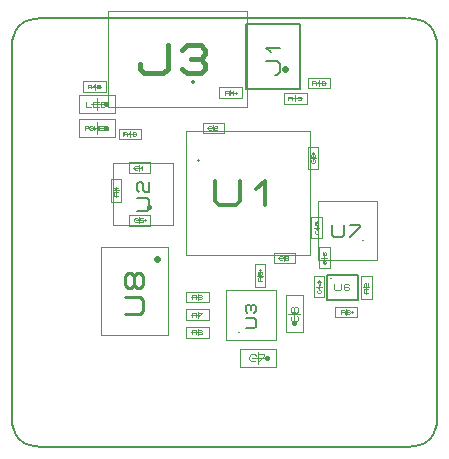
<source format=gbr>
G04 PROTEUS RS274X GERBER FILE*
%FSLAX45Y45*%
%MOMM*%
G01*
%ADD84C,0.050000*%
%ADD85C,0.270000*%
%ADD86C,0.349660*%
%ADD87C,0.243840*%
%ADD88C,0.057000*%
%ADD51C,0.100000*%
%ADD89C,0.400000*%
%ADD90C,0.176660*%
%ADD91C,0.180000*%
%ADD92C,0.143000*%
%ADD93C,0.396240*%
%ADD94C,0.093000*%
%ADD95C,0.360000*%
%ADD96C,0.396660*%
%ADD97C,0.048750*%
%ADD13C,0.203200*%
%ADD49C,0.200000*%
%ADD98C,0.086660*%
%ADD99C,0.046250*%
%ADD100C,0.608000*%
%ADD101C,0.249660*%
%ADD102C,0.170000*%
%ADD103C,0.078750*%
%ADD104C,0.052500*%
%ADD14C,0.152400*%
%ADD105C,0.558800*%
%ADD106C,0.187960*%
D84*
X+1178823Y+1326135D02*
X+2222823Y+1326135D01*
X+2222823Y+2370135D01*
X+1178823Y+2370135D01*
X+1178823Y+1326135D01*
D85*
X+1276823Y+2123135D02*
X+1276823Y+2123135D01*
D86*
X+1421091Y+1953034D02*
X+1421091Y+1778201D01*
X+1456057Y+1743235D01*
X+1595923Y+1743235D01*
X+1630890Y+1778201D01*
X+1630890Y+1953034D01*
X+1770756Y+1883101D02*
X+1840689Y+1953034D01*
X+1840689Y+1743235D01*
D84*
X+688623Y+2016235D02*
X+868623Y+2016235D01*
X+868623Y+2106235D01*
X+688623Y+2106235D01*
X+688623Y+2016235D01*
X+778623Y+2086235D02*
X+778623Y+2036235D01*
X+803623Y+2061235D02*
X+753623Y+2061235D01*
D87*
X+733623Y+2061235D02*
X+733623Y+2061235D01*
D88*
X+767223Y+2049835D02*
X+761523Y+2044135D01*
X+744423Y+2044135D01*
X+733023Y+2055535D01*
X+733023Y+2066935D01*
X+744423Y+2078335D01*
X+761523Y+2078335D01*
X+767223Y+2072635D01*
X+790023Y+2066935D02*
X+801423Y+2078335D01*
X+801423Y+2044135D01*
D84*
X+868623Y+1661735D02*
X+688623Y+1661735D01*
X+688623Y+1571735D01*
X+868623Y+1571735D01*
X+868623Y+1661735D01*
X+778623Y+1591735D02*
X+778623Y+1641735D01*
X+753623Y+1616735D02*
X+803623Y+1616735D01*
D87*
X+823623Y+1616735D02*
X+823623Y+1616735D01*
D88*
X+767223Y+1605335D02*
X+761523Y+1599635D01*
X+744423Y+1599635D01*
X+733023Y+1611035D01*
X+733023Y+1622435D01*
X+744423Y+1633835D01*
X+761523Y+1633835D01*
X+767223Y+1628135D01*
X+812823Y+1633835D02*
X+784323Y+1633835D01*
X+784323Y+1622435D01*
X+807123Y+1622435D01*
X+812823Y+1616735D01*
X+812823Y+1605335D01*
X+807123Y+1599635D01*
X+790023Y+1599635D01*
X+784323Y+1605335D01*
D84*
X+626223Y+1774935D02*
X+626223Y+1964935D01*
X+536223Y+1964935D01*
X+536223Y+1774935D01*
X+626223Y+1774935D01*
X+556223Y+1869935D02*
X+606223Y+1869935D01*
X+581223Y+1894935D02*
X+581223Y+1844935D01*
D87*
X+581223Y+1819935D02*
X+581223Y+1819935D01*
D88*
X+598323Y+1824335D02*
X+564123Y+1824335D01*
X+564123Y+1852835D01*
X+569823Y+1858535D01*
X+575523Y+1858535D01*
X+581223Y+1852835D01*
X+581223Y+1824335D01*
X+581223Y+1852835D02*
X+586923Y+1858535D01*
X+598323Y+1858535D01*
X+575523Y+1881335D02*
X+564123Y+1892735D01*
X+598323Y+1892735D01*
D51*
X+554423Y+1577935D02*
X+1067423Y+1577935D01*
X+1067423Y+2097935D01*
X+554423Y+2097935D01*
X+554423Y+1577935D01*
D89*
X+860423Y+1729935D02*
X+860423Y+1729935D01*
D90*
X+757924Y+1696603D02*
X+846257Y+1696603D01*
X+863923Y+1714269D01*
X+863923Y+1784935D01*
X+846257Y+1802602D01*
X+757924Y+1802602D01*
X+775590Y+1855601D02*
X+757924Y+1873268D01*
X+757924Y+1926267D01*
X+775590Y+1943934D01*
X+793257Y+1943934D01*
X+810923Y+1926267D01*
X+810923Y+1873268D01*
X+828590Y+1855601D01*
X+863923Y+1855601D01*
X+863923Y+1943934D01*
D84*
X+1315823Y+2353135D02*
X+1495823Y+2353135D01*
X+1495823Y+2443135D01*
X+1315823Y+2443135D01*
X+1315823Y+2353135D01*
X+1405823Y+2423135D02*
X+1405823Y+2373135D01*
X+1430823Y+2398135D02*
X+1380823Y+2398135D01*
D87*
X+1360823Y+2398135D02*
X+1360823Y+2398135D01*
D88*
X+1394423Y+2386735D02*
X+1388723Y+2381035D01*
X+1371623Y+2381035D01*
X+1360223Y+2392435D01*
X+1360223Y+2403835D01*
X+1371623Y+2415235D01*
X+1388723Y+2415235D01*
X+1394423Y+2409535D01*
X+1411523Y+2409535D02*
X+1417223Y+2415235D01*
X+1434323Y+2415235D01*
X+1440023Y+2409535D01*
X+1440023Y+2403835D01*
X+1434323Y+2398135D01*
X+1417223Y+2398135D01*
X+1411523Y+2392435D01*
X+1411523Y+2381035D01*
X+1440023Y+2381035D01*
D84*
X+2205822Y+2233135D02*
X+2205822Y+2053135D01*
X+2295822Y+2053135D01*
X+2295822Y+2233135D01*
X+2205822Y+2233135D01*
X+2275822Y+2143135D02*
X+2225822Y+2143135D01*
X+2250822Y+2118135D02*
X+2250822Y+2168135D01*
D87*
X+2250822Y+2188135D02*
X+2250822Y+2188135D01*
D88*
X+2262222Y+2131735D02*
X+2267922Y+2126035D01*
X+2267922Y+2108935D01*
X+2256522Y+2097535D01*
X+2245122Y+2097535D01*
X+2233722Y+2108935D01*
X+2233722Y+2126035D01*
X+2239422Y+2131735D01*
X+2239422Y+2148835D02*
X+2233722Y+2154535D01*
X+2233722Y+2171635D01*
X+2239422Y+2177335D01*
X+2245122Y+2177335D01*
X+2250822Y+2171635D01*
X+2256522Y+2177335D01*
X+2262222Y+2177335D01*
X+2267922Y+2171635D01*
X+2267922Y+2154535D01*
X+2262222Y+2148835D01*
X+2250822Y+2160235D02*
X+2250822Y+2171635D01*
D84*
X+1915823Y+1253135D02*
X+2095823Y+1253135D01*
X+2095823Y+1343135D01*
X+1915823Y+1343135D01*
X+1915823Y+1253135D01*
X+2005823Y+1323135D02*
X+2005823Y+1273135D01*
X+2030823Y+1298135D02*
X+1980823Y+1298135D01*
D87*
X+1960823Y+1298135D02*
X+1960823Y+1298135D01*
D88*
X+1994423Y+1286735D02*
X+1988723Y+1281035D01*
X+1971623Y+1281035D01*
X+1960223Y+1292435D01*
X+1960223Y+1303835D01*
X+1971623Y+1315235D01*
X+1988723Y+1315235D01*
X+1994423Y+1309535D01*
X+2040023Y+1309535D02*
X+2034323Y+1315235D01*
X+2017223Y+1315235D01*
X+2011523Y+1309535D01*
X+2011523Y+1286735D01*
X+2017223Y+1281035D01*
X+2034323Y+1281035D01*
X+2040023Y+1286735D01*
X+2040023Y+1292435D01*
X+2034323Y+1298135D01*
X+2011523Y+1298135D01*
D84*
X+1510569Y+604777D02*
X+1934569Y+604777D01*
X+1934569Y+1028777D01*
X+1510569Y+1028777D01*
X+1510569Y+604777D01*
D91*
X+1622569Y+666777D02*
X+1622569Y+666777D01*
D92*
X+1679669Y+702377D02*
X+1751169Y+702377D01*
X+1765469Y+716677D01*
X+1765469Y+773877D01*
X+1751169Y+788177D01*
X+1679669Y+788177D01*
X+1693969Y+831077D02*
X+1679669Y+845377D01*
X+1679669Y+888277D01*
X+1693969Y+902577D01*
X+1708269Y+902577D01*
X+1722569Y+888277D01*
X+1736869Y+902577D01*
X+1751169Y+902577D01*
X+1765469Y+888277D01*
X+1765469Y+845377D01*
X+1751169Y+831077D01*
X+1722569Y+859677D02*
X+1722569Y+888277D01*
D84*
X+1938348Y+527409D02*
X+1628348Y+527409D01*
X+1628348Y+377409D01*
X+1938348Y+377409D01*
X+1938348Y+527409D01*
X+1783348Y+402409D02*
X+1783348Y+502409D01*
X+1733348Y+452409D02*
X+1833348Y+452409D01*
D93*
X+1863348Y+452409D02*
X+1863348Y+452409D01*
D94*
X+1764748Y+433809D02*
X+1755448Y+424509D01*
X+1727548Y+424509D01*
X+1708948Y+443109D01*
X+1708948Y+461709D01*
X+1727548Y+480309D01*
X+1755448Y+480309D01*
X+1764748Y+471009D01*
X+1792648Y+480309D02*
X+1839148Y+480309D01*
X+1839148Y+471009D01*
X+1792648Y+424509D01*
D84*
X+1177569Y+621777D02*
X+1367569Y+621777D01*
X+1367569Y+711777D01*
X+1177569Y+711777D01*
X+1177569Y+621777D01*
X+1272569Y+691777D02*
X+1272569Y+641777D01*
X+1297569Y+666777D02*
X+1247569Y+666777D01*
D87*
X+1222569Y+666777D02*
X+1222569Y+666777D01*
D88*
X+1226969Y+649677D02*
X+1226969Y+683877D01*
X+1255469Y+683877D01*
X+1261169Y+678177D01*
X+1261169Y+672477D01*
X+1255469Y+666777D01*
X+1226969Y+666777D01*
X+1255469Y+666777D02*
X+1261169Y+661077D01*
X+1261169Y+649677D01*
X+1306769Y+678177D02*
X+1301069Y+683877D01*
X+1283969Y+683877D01*
X+1278269Y+678177D01*
X+1278269Y+655377D01*
X+1283969Y+649677D01*
X+1301069Y+649677D01*
X+1306769Y+655377D01*
X+1306769Y+661077D01*
X+1301069Y+666777D01*
X+1278269Y+666777D01*
D84*
X+1177569Y+771777D02*
X+1367569Y+771777D01*
X+1367569Y+861777D01*
X+1177569Y+861777D01*
X+1177569Y+771777D01*
X+1272569Y+841777D02*
X+1272569Y+791777D01*
X+1297569Y+816777D02*
X+1247569Y+816777D01*
D87*
X+1222569Y+816777D02*
X+1222569Y+816777D01*
D88*
X+1226969Y+799677D02*
X+1226969Y+833877D01*
X+1255469Y+833877D01*
X+1261169Y+828177D01*
X+1261169Y+822477D01*
X+1255469Y+816777D01*
X+1226969Y+816777D01*
X+1255469Y+816777D02*
X+1261169Y+811077D01*
X+1261169Y+799677D01*
X+1278269Y+833877D02*
X+1306769Y+833877D01*
X+1306769Y+828177D01*
X+1278269Y+799677D01*
D84*
X+1177569Y+921777D02*
X+1367569Y+921777D01*
X+1367569Y+1011777D01*
X+1177569Y+1011777D01*
X+1177569Y+921777D01*
X+1272569Y+991777D02*
X+1272569Y+941777D01*
X+1297569Y+966777D02*
X+1247569Y+966777D01*
D87*
X+1222569Y+966777D02*
X+1222569Y+966777D01*
D88*
X+1226969Y+949677D02*
X+1226969Y+983877D01*
X+1255469Y+983877D01*
X+1261169Y+978177D01*
X+1261169Y+972477D01*
X+1255469Y+966777D01*
X+1226969Y+966777D01*
X+1255469Y+966777D02*
X+1261169Y+961077D01*
X+1261169Y+949677D01*
X+1283969Y+966777D02*
X+1278269Y+972477D01*
X+1278269Y+978177D01*
X+1283969Y+983877D01*
X+1301069Y+983877D01*
X+1306769Y+978177D01*
X+1306769Y+972477D01*
X+1301069Y+966777D01*
X+1283969Y+966777D01*
X+1278269Y+961077D01*
X+1278269Y+955377D01*
X+1283969Y+949677D01*
X+1301069Y+949677D01*
X+1306769Y+955377D01*
X+1306769Y+961077D01*
X+1301069Y+966777D01*
D84*
X+2167523Y+670535D02*
X+2167523Y+980535D01*
X+2017523Y+980535D01*
X+2017523Y+670535D01*
X+2167523Y+670535D01*
X+2042523Y+825535D02*
X+2142523Y+825535D01*
X+2092523Y+875535D02*
X+2092523Y+775535D01*
D93*
X+2092523Y+745535D02*
X+2092523Y+745535D01*
D94*
X+2111123Y+806935D02*
X+2120423Y+797635D01*
X+2120423Y+769735D01*
X+2101823Y+751135D01*
X+2083223Y+751135D01*
X+2064623Y+769735D01*
X+2064623Y+797635D01*
X+2073923Y+806935D01*
X+2092523Y+844135D02*
X+2083223Y+834835D01*
X+2073923Y+834835D01*
X+2064623Y+844135D01*
X+2064623Y+872035D01*
X+2073923Y+881335D01*
X+2083223Y+881335D01*
X+2092523Y+872035D01*
X+2092523Y+844135D01*
X+2101823Y+834835D01*
X+2111123Y+834835D01*
X+2120423Y+844135D01*
X+2120423Y+872035D01*
X+2111123Y+881335D01*
X+2101823Y+881335D01*
X+2092523Y+872035D01*
D51*
X+510823Y+2573135D02*
X+1690823Y+2573135D01*
X+1690823Y+3388135D01*
X+510823Y+3388135D01*
X+510823Y+2573135D01*
D95*
X+1230823Y+2788135D02*
X+1230823Y+2788135D01*
D96*
X+783491Y+2940968D02*
X+783491Y+2901301D01*
X+823157Y+2861635D01*
X+981823Y+2861635D01*
X+1021490Y+2901301D01*
X+1021490Y+3099634D01*
X+1140489Y+3059968D02*
X+1180156Y+3099634D01*
X+1299155Y+3099634D01*
X+1338822Y+3059968D01*
X+1338822Y+3020301D01*
X+1299155Y+2980635D01*
X+1338822Y+2940968D01*
X+1338822Y+2901301D01*
X+1299155Y+2861635D01*
X+1180156Y+2861635D01*
X+1140489Y+2901301D01*
X+1219822Y+2980635D02*
X+1299155Y+2980635D01*
D84*
X+1645823Y+2743135D02*
X+1455823Y+2743135D01*
X+1455823Y+2653135D01*
X+1645823Y+2653135D01*
X+1645823Y+2743135D01*
X+1550823Y+2673135D02*
X+1550823Y+2723135D01*
X+1525823Y+2698135D02*
X+1575823Y+2698135D01*
D87*
X+1600823Y+2698135D02*
X+1600823Y+2698135D01*
D88*
X+1505223Y+2681035D02*
X+1505223Y+2715235D01*
X+1533723Y+2715235D01*
X+1539423Y+2709535D01*
X+1539423Y+2703835D01*
X+1533723Y+2698135D01*
X+1505223Y+2698135D01*
X+1533723Y+2698135D02*
X+1539423Y+2692435D01*
X+1539423Y+2681035D01*
X+1585023Y+2692435D02*
X+1550823Y+2692435D01*
X+1573623Y+2715235D01*
X+1573623Y+2681035D01*
D84*
X+1755823Y+1243135D02*
X+1755823Y+1053135D01*
X+1845823Y+1053135D01*
X+1845823Y+1243135D01*
X+1755823Y+1243135D01*
X+1825823Y+1148135D02*
X+1775823Y+1148135D01*
X+1800823Y+1123135D02*
X+1800823Y+1173135D01*
D87*
X+1800823Y+1198135D02*
X+1800823Y+1198135D01*
D88*
X+1817923Y+1102535D02*
X+1783723Y+1102535D01*
X+1783723Y+1131035D01*
X+1789423Y+1136735D01*
X+1795123Y+1136735D01*
X+1800823Y+1131035D01*
X+1800823Y+1102535D01*
X+1800823Y+1131035D02*
X+1806523Y+1136735D01*
X+1817923Y+1136735D01*
X+1783723Y+1182335D02*
X+1783723Y+1153835D01*
X+1795123Y+1153835D01*
X+1795123Y+1176635D01*
X+1800823Y+1182335D01*
X+1812223Y+1182335D01*
X+1817923Y+1176635D01*
X+1817923Y+1159535D01*
X+1812223Y+1153835D01*
D84*
X+2395823Y+2823135D02*
X+2205823Y+2823135D01*
X+2205823Y+2733135D01*
X+2395823Y+2733135D01*
X+2395823Y+2823135D01*
X+2300823Y+2753135D02*
X+2300823Y+2803135D01*
X+2275823Y+2778135D02*
X+2325823Y+2778135D01*
D87*
X+2350823Y+2778135D02*
X+2350823Y+2778135D01*
D97*
X+2242323Y+2763510D02*
X+2242323Y+2792760D01*
X+2266698Y+2792760D01*
X+2271573Y+2787885D01*
X+2271573Y+2783010D01*
X+2266698Y+2778135D01*
X+2242323Y+2778135D01*
X+2266698Y+2778135D02*
X+2271573Y+2773260D01*
X+2271573Y+2763510D01*
X+2291073Y+2783010D02*
X+2300823Y+2792760D01*
X+2300823Y+2763510D01*
X+2325198Y+2787885D02*
X+2330073Y+2792760D01*
X+2344698Y+2792760D01*
X+2349573Y+2787885D01*
X+2349573Y+2783010D01*
X+2344698Y+2778135D01*
X+2330073Y+2778135D01*
X+2325198Y+2773260D01*
X+2325198Y+2763510D01*
X+2349573Y+2763510D01*
D84*
X+2195823Y+2693135D02*
X+2005823Y+2693135D01*
X+2005823Y+2603135D01*
X+2195823Y+2603135D01*
X+2195823Y+2693135D01*
X+2100823Y+2623135D02*
X+2100823Y+2673135D01*
X+2075823Y+2648135D02*
X+2125823Y+2648135D01*
D87*
X+2150823Y+2648135D02*
X+2150823Y+2648135D01*
D97*
X+2042323Y+2633510D02*
X+2042323Y+2662760D01*
X+2066698Y+2662760D01*
X+2071573Y+2657885D01*
X+2071573Y+2653010D01*
X+2066698Y+2648135D01*
X+2042323Y+2648135D01*
X+2066698Y+2648135D02*
X+2071573Y+2643260D01*
X+2071573Y+2633510D01*
X+2091073Y+2653010D02*
X+2100823Y+2662760D01*
X+2100823Y+2633510D01*
X+2125198Y+2657885D02*
X+2130073Y+2662760D01*
X+2144698Y+2662760D01*
X+2149573Y+2657885D01*
X+2149573Y+2653010D01*
X+2144698Y+2648135D01*
X+2149573Y+2643260D01*
X+2149573Y+2638385D01*
X+2144698Y+2633510D01*
X+2130073Y+2633510D01*
X+2125198Y+2638385D01*
X+2134948Y+2648135D02*
X+2144698Y+2648135D01*
D13*
X+2370823Y+943135D02*
X+2630823Y+943135D01*
X+2630823Y+1153135D01*
X+2370823Y+1153135D01*
X+2370823Y+943135D01*
D49*
X+2402823Y+1128135D02*
X+2402823Y+1128135D01*
D98*
X+2431491Y+1074134D02*
X+2431491Y+1030801D01*
X+2440157Y+1022135D01*
X+2474823Y+1022135D01*
X+2483490Y+1030801D01*
X+2483490Y+1074134D01*
X+2552822Y+1065468D02*
X+2544155Y+1074134D01*
X+2518156Y+1074134D01*
X+2509489Y+1065468D01*
X+2509489Y+1030801D01*
X+2518156Y+1022135D01*
X+2544155Y+1022135D01*
X+2552822Y+1030801D01*
X+2552822Y+1039468D01*
X+2544155Y+1048135D01*
X+2509489Y+1048135D01*
D84*
X+2745823Y+953135D02*
X+2745823Y+1143135D01*
X+2655823Y+1143135D01*
X+2655823Y+953135D01*
X+2745823Y+953135D01*
X+2675823Y+1048135D02*
X+2725823Y+1048135D01*
X+2700823Y+1073135D02*
X+2700823Y+1023135D01*
D87*
X+2700823Y+998135D02*
X+2700823Y+998135D01*
D88*
X+2717923Y+1002535D02*
X+2683723Y+1002535D01*
X+2683723Y+1031035D01*
X+2689423Y+1036735D01*
X+2695123Y+1036735D01*
X+2700823Y+1031035D01*
X+2700823Y+1002535D01*
X+2700823Y+1031035D02*
X+2706523Y+1036735D01*
X+2717923Y+1036735D01*
X+2689423Y+1053835D02*
X+2683723Y+1059535D01*
X+2683723Y+1076635D01*
X+2689423Y+1082335D01*
X+2695123Y+1082335D01*
X+2700823Y+1076635D01*
X+2700823Y+1059535D01*
X+2706523Y+1053835D01*
X+2717923Y+1053835D01*
X+2717923Y+1082335D01*
D84*
X+2625000Y+885000D02*
X+2435000Y+885000D01*
X+2435000Y+795000D01*
X+2625000Y+795000D01*
X+2625000Y+885000D01*
X+2530000Y+815000D02*
X+2530000Y+865000D01*
X+2505000Y+840000D02*
X+2555000Y+840000D01*
D87*
X+2580000Y+840000D02*
X+2580000Y+840000D01*
D88*
X+2484400Y+822900D02*
X+2484400Y+857100D01*
X+2512900Y+857100D01*
X+2518600Y+851400D01*
X+2518600Y+845700D01*
X+2512900Y+840000D01*
X+2484400Y+840000D01*
X+2512900Y+840000D02*
X+2518600Y+834300D01*
X+2518600Y+822900D01*
X+2535700Y+851400D02*
X+2541400Y+857100D01*
X+2558500Y+857100D01*
X+2564200Y+851400D01*
X+2564200Y+845700D01*
X+2558500Y+840000D01*
X+2564200Y+834300D01*
X+2564200Y+828600D01*
X+2558500Y+822900D01*
X+2541400Y+822900D01*
X+2535700Y+828600D01*
X+2547100Y+840000D02*
X+2558500Y+840000D01*
D84*
X+2255823Y+1143135D02*
X+2255823Y+963135D01*
X+2345823Y+963135D01*
X+2345823Y+1143135D01*
X+2255823Y+1143135D01*
X+2325823Y+1053135D02*
X+2275823Y+1053135D01*
X+2300823Y+1028135D02*
X+2300823Y+1078135D01*
D87*
X+2300823Y+1098135D02*
X+2300823Y+1098135D01*
D99*
X+2310073Y+1025385D02*
X+2314698Y+1020760D01*
X+2314698Y+1006885D01*
X+2305448Y+997635D01*
X+2296198Y+997635D01*
X+2286948Y+1006885D01*
X+2286948Y+1020760D01*
X+2291573Y+1025385D01*
X+2296198Y+1043885D02*
X+2286948Y+1053135D01*
X+2314698Y+1053135D01*
X+2305448Y+1099385D02*
X+2305448Y+1071635D01*
X+2286948Y+1090135D01*
X+2314698Y+1090135D01*
D84*
X+451323Y+647135D02*
X+1023323Y+647135D01*
X+1023323Y+1391135D01*
X+451323Y+1391135D01*
X+451323Y+647135D01*
D100*
X+927823Y+1290135D02*
X+927823Y+1290135D01*
D101*
X+662424Y+819403D02*
X+787257Y+819403D01*
X+812223Y+844369D01*
X+812223Y+944235D01*
X+787257Y+969202D01*
X+662424Y+969202D01*
X+737323Y+1069068D02*
X+712357Y+1044101D01*
X+687390Y+1044101D01*
X+662424Y+1069068D01*
X+662424Y+1143967D01*
X+687390Y+1168934D01*
X+712357Y+1168934D01*
X+737323Y+1143967D01*
X+737323Y+1069068D01*
X+762290Y+1044101D01*
X+787257Y+1044101D01*
X+812223Y+1069068D01*
X+812223Y+1143967D01*
X+787257Y+1168934D01*
X+762290Y+1168934D01*
X+737323Y+1143967D01*
D51*
X+2295000Y+1278000D02*
X+2795000Y+1278000D01*
X+2795000Y+1778000D01*
X+2295000Y+1778000D01*
X+2295000Y+1278000D01*
D91*
X+2673000Y+1453000D02*
X+2673000Y+1453000D01*
D102*
X+2409000Y+1579000D02*
X+2409000Y+1494000D01*
X+2426000Y+1477000D01*
X+2494000Y+1477000D01*
X+2511000Y+1494000D01*
X+2511000Y+1579000D01*
X+2562000Y+1579000D02*
X+2647000Y+1579000D01*
X+2647000Y+1562000D01*
X+2562000Y+1477000D01*
D84*
X+2235000Y+1645000D02*
X+2235000Y+1465000D01*
X+2325000Y+1465000D01*
X+2325000Y+1645000D01*
X+2235000Y+1645000D01*
X+2305000Y+1555000D02*
X+2255000Y+1555000D01*
X+2280000Y+1530000D02*
X+2280000Y+1580000D01*
D87*
X+2280000Y+1600000D02*
X+2280000Y+1600000D01*
D99*
X+2289250Y+1527250D02*
X+2293875Y+1522625D01*
X+2293875Y+1508750D01*
X+2284625Y+1499500D01*
X+2275375Y+1499500D01*
X+2266125Y+1508750D01*
X+2266125Y+1522625D01*
X+2270750Y+1527250D01*
X+2275375Y+1545750D02*
X+2266125Y+1555000D01*
X+2293875Y+1555000D01*
X+2266125Y+1601250D02*
X+2266125Y+1578125D01*
X+2275375Y+1578125D01*
X+2275375Y+1596625D01*
X+2280000Y+1601250D01*
X+2289250Y+1601250D01*
X+2293875Y+1596625D01*
X+2293875Y+1582750D01*
X+2289250Y+1578125D01*
D84*
X+2391360Y+1208672D02*
X+2391360Y+1388672D01*
X+2301360Y+1388672D01*
X+2301360Y+1208672D01*
X+2391360Y+1208672D01*
X+2321360Y+1298672D02*
X+2371360Y+1298672D01*
X+2346360Y+1323672D02*
X+2346360Y+1273672D01*
D87*
X+2346360Y+1253672D02*
X+2346360Y+1253672D01*
D99*
X+2355610Y+1270922D02*
X+2360235Y+1266297D01*
X+2360235Y+1252422D01*
X+2350985Y+1243172D01*
X+2341735Y+1243172D01*
X+2332485Y+1252422D01*
X+2332485Y+1266297D01*
X+2337110Y+1270922D01*
X+2341735Y+1289422D02*
X+2332485Y+1298672D01*
X+2360235Y+1298672D01*
X+2337110Y+1344922D02*
X+2332485Y+1340297D01*
X+2332485Y+1326422D01*
X+2337110Y+1321797D01*
X+2355610Y+1321797D01*
X+2360235Y+1326422D01*
X+2360235Y+1340297D01*
X+2355610Y+1344922D01*
X+2350985Y+1344922D01*
X+2346360Y+1340297D01*
X+2346360Y+1321797D01*
D13*
X-299177Y+3078135D02*
X-295100Y+3135532D01*
X-282966Y+3185752D01*
X-262922Y+3228648D01*
X-235114Y+3264072D01*
X-199689Y+3291880D01*
X-156794Y+3311924D01*
X-106574Y+3324058D01*
X-49177Y+3328135D01*
X+3050823Y+3328135D02*
X+3108220Y+3324058D01*
X+3158440Y+3311924D01*
X+3201335Y+3291880D01*
X+3236760Y+3264072D01*
X+3264568Y+3228648D01*
X+3284612Y+3185752D01*
X+3296746Y+3135532D01*
X+3300823Y+3078135D01*
X+3300823Y-51865D02*
X+3296746Y-109262D01*
X+3284612Y-159482D01*
X+3264568Y-202378D01*
X+3236760Y-237802D01*
X+3201335Y-265610D01*
X+3158440Y-285654D01*
X+3108220Y-297788D01*
X+3050823Y-301865D01*
X-49177Y-301865D02*
X-106574Y-297788D01*
X-156794Y-285654D01*
X-199689Y-265610D01*
X-235114Y-237802D01*
X-262922Y-202378D01*
X-282966Y-159482D01*
X-295100Y-109262D01*
X-299177Y-51865D01*
X-49177Y-301865D02*
X+3050823Y-301865D01*
X-299177Y-51865D02*
X-299177Y+3098135D01*
X-59177Y+3328135D02*
X+3040823Y+3328135D01*
X+3300823Y+3098135D02*
X+3300823Y-51865D01*
D84*
X+575823Y+2673135D02*
X+265823Y+2673135D01*
X+265823Y+2523135D01*
X+575823Y+2523135D01*
X+575823Y+2673135D01*
X+420823Y+2548135D02*
X+420823Y+2648135D01*
X+370823Y+2598135D02*
X+470823Y+2598135D01*
D93*
X+500823Y+2598135D02*
X+500823Y+2598135D01*
D103*
X+326323Y+2621760D02*
X+326323Y+2574510D01*
X+373573Y+2574510D01*
X+436573Y+2574510D02*
X+389323Y+2574510D01*
X+389323Y+2621760D01*
X+436573Y+2621760D01*
X+389323Y+2598135D02*
X+420823Y+2598135D01*
X+452323Y+2574510D02*
X+452323Y+2621760D01*
X+483823Y+2621760D01*
X+499573Y+2606010D01*
X+499573Y+2590260D01*
X+483823Y+2574510D01*
X+452323Y+2574510D01*
D84*
X+495823Y+2793135D02*
X+305823Y+2793135D01*
X+305823Y+2703135D01*
X+495823Y+2703135D01*
X+495823Y+2793135D01*
X+400823Y+2723135D02*
X+400823Y+2773135D01*
X+375823Y+2748135D02*
X+425823Y+2748135D01*
D87*
X+450823Y+2748135D02*
X+450823Y+2748135D01*
D97*
X+342323Y+2733510D02*
X+342323Y+2762760D01*
X+366698Y+2762760D01*
X+371573Y+2757885D01*
X+371573Y+2753010D01*
X+366698Y+2748135D01*
X+342323Y+2748135D01*
X+366698Y+2748135D02*
X+371573Y+2743260D01*
X+371573Y+2733510D01*
X+391073Y+2753010D02*
X+400823Y+2762760D01*
X+400823Y+2733510D01*
X+449573Y+2762760D02*
X+425198Y+2762760D01*
X+425198Y+2753010D01*
X+444698Y+2753010D01*
X+449573Y+2748135D01*
X+449573Y+2738385D01*
X+444698Y+2733510D01*
X+430073Y+2733510D01*
X+425198Y+2738385D01*
D84*
X+575823Y+2473135D02*
X+265823Y+2473135D01*
X+265823Y+2323135D01*
X+575823Y+2323135D01*
X+575823Y+2473135D01*
X+420823Y+2348135D02*
X+420823Y+2448135D01*
X+370823Y+2398135D02*
X+470823Y+2398135D01*
D93*
X+500823Y+2398135D02*
X+500823Y+2398135D01*
D104*
X+315823Y+2382385D02*
X+315823Y+2413885D01*
X+342073Y+2413885D01*
X+347323Y+2408635D01*
X+347323Y+2403385D01*
X+342073Y+2398135D01*
X+315823Y+2398135D01*
X+357823Y+2403385D02*
X+368323Y+2413885D01*
X+378823Y+2413885D01*
X+389323Y+2403385D01*
X+389323Y+2392885D01*
X+378823Y+2382385D01*
X+368323Y+2382385D01*
X+357823Y+2392885D01*
X+357823Y+2403385D01*
X+399823Y+2413885D02*
X+399823Y+2382385D01*
X+415573Y+2398135D01*
X+431323Y+2382385D01*
X+431323Y+2413885D01*
X+473323Y+2382385D02*
X+441823Y+2382385D01*
X+441823Y+2413885D01*
X+473323Y+2413885D01*
X+441823Y+2398135D02*
X+462823Y+2398135D01*
X+483823Y+2382385D02*
X+483823Y+2413885D01*
X+510073Y+2413885D01*
X+515323Y+2408635D01*
X+515323Y+2403385D01*
X+510073Y+2398135D01*
X+483823Y+2398135D01*
X+510073Y+2398135D02*
X+515323Y+2392885D01*
X+515323Y+2382385D01*
D84*
X+605823Y+2303135D02*
X+795823Y+2303135D01*
X+795823Y+2393135D01*
X+605823Y+2393135D01*
X+605823Y+2303135D01*
X+700823Y+2373135D02*
X+700823Y+2323135D01*
X+725823Y+2348135D02*
X+675823Y+2348135D01*
D87*
X+650823Y+2348135D02*
X+650823Y+2348135D01*
D97*
X+642323Y+2333510D02*
X+642323Y+2362760D01*
X+666698Y+2362760D01*
X+671573Y+2357885D01*
X+671573Y+2353010D01*
X+666698Y+2348135D01*
X+642323Y+2348135D01*
X+666698Y+2348135D02*
X+671573Y+2343260D01*
X+671573Y+2333510D01*
X+691073Y+2353010D02*
X+700823Y+2362760D01*
X+700823Y+2333510D01*
X+749573Y+2357885D02*
X+744698Y+2362760D01*
X+730073Y+2362760D01*
X+725198Y+2357885D01*
X+725198Y+2338385D01*
X+730073Y+2333510D01*
X+744698Y+2333510D01*
X+749573Y+2338385D01*
X+749573Y+2343260D01*
X+744698Y+2348135D01*
X+725198Y+2348135D01*
D14*
X+1686480Y+2725680D02*
X+2136060Y+2725680D01*
X+2136060Y+3274320D01*
X+1686480Y+3274320D01*
X+1686480Y+2725680D01*
X+2136060Y+2725680D01*
X+2136060Y+3274320D01*
X+1686480Y+3274320D01*
X+1686480Y+2725680D01*
D105*
X+2010000Y+2900000D02*
X+2010000Y+2900000D01*
D106*
X+1930066Y+2849632D02*
X+1948862Y+2849632D01*
X+1967658Y+2868428D01*
X+1967658Y+2943612D01*
X+1948862Y+2962408D01*
X+1854882Y+2962408D01*
X+1892474Y+3037592D02*
X+1854882Y+3075184D01*
X+1967658Y+3075184D01*
M02*

</source>
